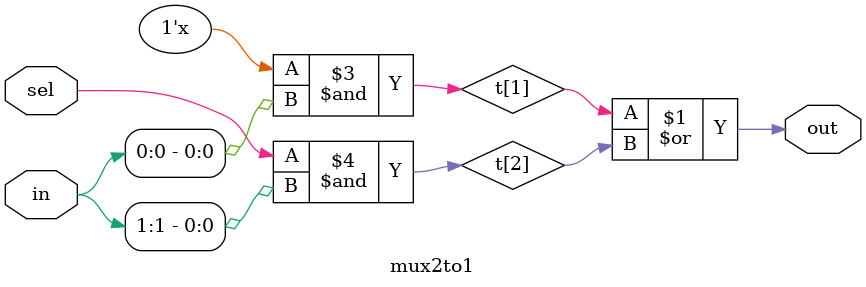
<source format=v>
module mux16to1(in , out ,sel); 
    input [15:0] in ; 
    input [3:0]sel; 
    output out;
    wire [3:0]t ;
    mux4to1 m1 (in[3:0] , t[0] , sel[1:0]) ;
    mux4to1 m2 (in[7:4] , t[1] , sel[1:0]) ;
    mux4to1 m3 (in[11:8] , t[2] , sel[1:0]) ;
    mux4to1 m4 (in[15:12] , t[3] , sel[1:0]) ;
    mux4to1 m5 (t[3:0] , out , sel[3:2]) ;

endmodule 

module mux4to1(in , out ,sel); 
    input [3:0] in ; 
    input [1:0]sel; 
    output out;
    wire [1:0]t; 
    mux2to1 m1(in[1:0] , t[0], sel[0]) ;
    mux2to1 m2(in[3:2] , t[1], sel[0]) ;
    mux2to1 m3(t, out, sel[1]) ;
endmodule 

module mux2to1(in , out ,sel); 
    input [1:0] in ; 
    input sel; 
    output out;
    wire t[2:0] ;

    not  G1(t[0], sel); 
    and G2(t[1] , t[0] , in[0]) ;
    and G3(t[2], sel, in[1]) ; 
    or G4(out, t[1] , t[2]) ;  

endmodule 

</source>
